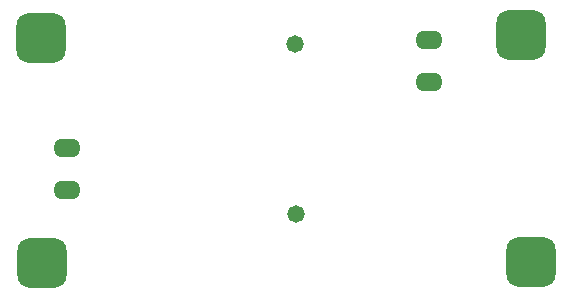
<source format=gbs>
G04*
G04 #@! TF.GenerationSoftware,Altium Limited,Altium Designer,21.3.2 (30)*
G04*
G04 Layer_Color=16711935*
%FSLAX25Y25*%
%MOIN*%
G70*
G04*
G04 #@! TF.SameCoordinates,0F953CDF-2D95-4BA3-9E95-2DF240EAF7FD*
G04*
G04*
G04 #@! TF.FilePolarity,Negative*
G04*
G01*
G75*
%ADD23O,0.09068X0.06312*%
G04:AMPARAMS|DCode=24|XSize=165.48mil|YSize=165.48mil|CornerRadius=43.37mil|HoleSize=0mil|Usage=FLASHONLY|Rotation=0.000|XOffset=0mil|YOffset=0mil|HoleType=Round|Shape=RoundedRectangle|*
%AMROUNDEDRECTD24*
21,1,0.16548,0.07874,0,0,0.0*
21,1,0.07874,0.16548,0,0,0.0*
1,1,0.08674,0.03937,-0.03937*
1,1,0.08674,-0.03937,-0.03937*
1,1,0.08674,-0.03937,0.03937*
1,1,0.08674,0.03937,0.03937*
%
%ADD24ROUNDEDRECTD24*%
%ADD25C,0.05800*%
D23*
X388800Y286579D02*
D03*
Y272800D02*
D03*
X509600Y322580D02*
D03*
Y308800D02*
D03*
D24*
X540000Y324400D02*
D03*
X380200Y323300D02*
D03*
X543500Y248700D02*
D03*
X380400Y248200D02*
D03*
D25*
X464800Y321200D02*
D03*
X465100Y264700D02*
D03*
M02*

</source>
